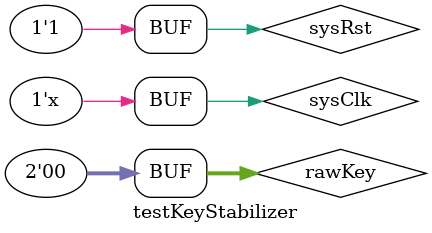
<source format=v>
`timescale 1ns / 1ps
`define relaxCycle relaxTimeInMs*50*1000 // under clock at 50Mhz


module keyStabilizer #(
	parameter relaxTimeInMs=20)(
	input sysClk,
	input sysRst,
	input [1:0]rawKey,
	output [1:0]stableKey);
	reg [1:0]keyFlag;
	
	reg [32:0]counts1;
	reg [32:0]counts2;
	
	always @(posedge sysClk or negedge  sysRst)
	begin
		if(!sysRst)begin
			counts1<=0;
			keyFlag[0]<=0;
		end
		else begin
			if(keyFlag[0]==0)
				counts2<=0;
			else begin
				if(counts1<`relaxCycle)
					counts1<=counts1+1;
				else begin
					keyFlag[0]<=rawKey[0];
					counts1<=0;
				end
			end
		end
	end
	
	always @(posedge sysClk or negedge sysRst)
	begin
		if(!sysRst)begin
			counts2<=0;
			keyFlag[1]<=0;
		end
		else begin
			if(keyFlag[1]==0)
				counts2<=0;
			else begin
				if(counts2<`relaxCycle)
					counts2<=counts2+1;
				else begin
					keyFlag[1]<=rawKey[1];
					counts2<=0;
				end
			end
		end
	end
	assign stableKey[0]=rawKey[0] & keyFlag[0];
	assign stableKey[1]=rawKey[1] & keyFlag[1];
endmodule

module testKeyStabilizer();
	reg sysClk;
	reg sysRst;
	reg [1:0]rawKey;
	wire [1:0]stableKey;
    keyStabilizer U1(
        .sysClk(sysClk),
        .sysRst(sysRst),
        .rawKey(rawKey),
        .stableKey(stableKey));
    initial begin
        sysClk = 0;
        sysRst = 1;
    #5  sysRst =0;
	 #5  sysRst =1;
    #20  rawKey = 3;
    #1  rawKey=0;
    #1  rawKey=3;
	 #1  rawKey=0;
    #1  rawKey=3;
	 #1  rawKey=0;
    #1  rawKey=3;
    #50  rawKey  = 0;
    #50  rawKey  = 3;
    #50  rawKey  = 0;
    end
    always begin 
    #1 sysClk = ~sysClk;
    end
endmodule

</source>
